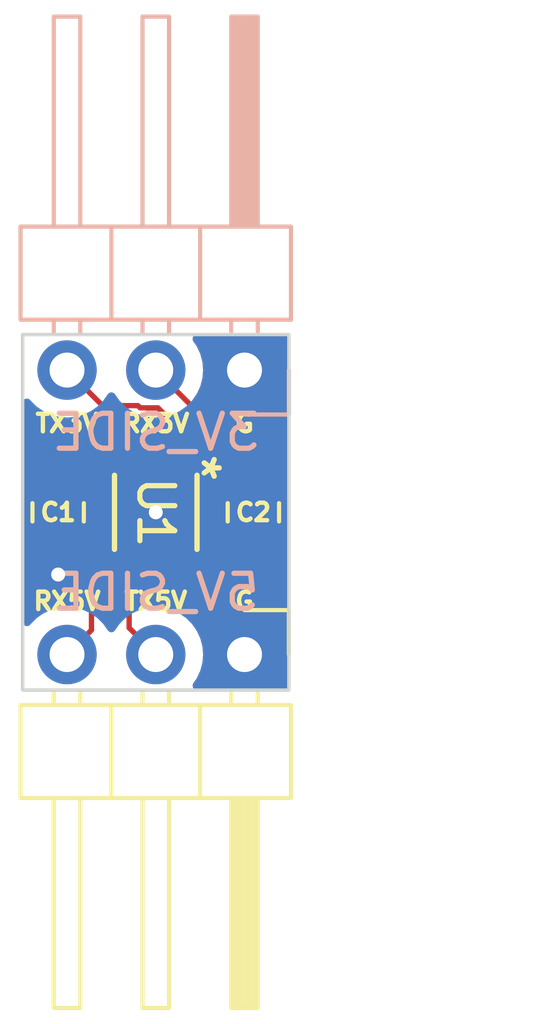
<source format=kicad_pcb>
(kicad_pcb (version 20221018) (generator pcbnew)
  (layers (0 "F.Cu" signal) (31 "B.Cu" signal) (34 "B.Paste" user) (35 "F.Paste" user) (36 "B.SilkS" user "B.Silkscreen") (37 "F.SilkS" user "F.Silkscreen") (38 "B.Mask" user) (39 "F.Mask" user) (44 "Edge.Cuts" user))
  (net 0 "")
  (net 1 "+5V")
  (net 2 "GND")
  (net 3 "+3.3V")
  (net 4 "/RX_3V")
  (net 5 "/TX_3V")
  (net 6 "/TX_5V")
  (net 7 "/RX_5V")
  (footprint "Capacitor_SMD:C_0805_2012Metric_Pad1.18x1.45mm_HandSolder" (layer "F.Cu") (at 100.584 69.85 90)
    (fp_text reference "C2" hide)
    (fp_text value "0.1uF" hide)
    (fp_text user "${REFERENCE}" (at 0 0 180) (layer "F.SilkS") (effects (font (size 0.5 0.5) (thickness 0.125) bold)))
    (fp_line (start -0.261252 -0.735) (end 0.261252 -0.735) (stroke (width 0.12)) (layer "F.SilkS"))
    (fp_line (start -0.261252 0.735) (end 0.261252 0.735) (stroke (width 0.12)) (layer "F.SilkS"))
    (pad "1" smd roundrect (at -1.0375 0 90) (size 1.175 1.45) (layers "F.Cu" "F.Paste" "F.Mask") (roundrect_rratio 0.212766) (net 3 "+3.3V"))
    (pad "2" smd roundrect (at 1.0375 0 90) (size 1.175 1.45) (layers "F.Cu" "F.Paste" "F.Mask") (roundrect_rratio 0.212766) (net 2 "GND"))
  )
  (footprint "Library:SO8_DCU_TEX" (layer "F.Cu") (at 97.79 69.85 -90)
    (fp_text reference "U1" (at 0 0 -90 unlocked) (layer "F.SilkS"))
    (fp_text value "TXU0202DCUR" hide)
    (fp_text user "*" (at -1.27 -1.27 -90 unlocked) (layer "F.SilkS"))
    (fp_line (start -1.058323 1.1811) (end 1.058323 1.1811) (stroke (width 0.1524)) (layer "F.SilkS"))
    (fp_line (start 1.058323 -1.1811) (end -1.058323 -1.1811) (stroke (width 0.1524)) (layer "F.SilkS"))
    (pad "1" smd rect (at -1.5748 -0.750189 270) (size 0.762 0.254) (layers "F.Cu" "F.Paste" "F.Mask") (net 5 "/TX_3V"))
    (pad "2" smd rect (at -1.5748 -0.250063 270) (size 0.762 0.254) (layers "F.Cu" "F.Paste" "F.Mask") (net 2 "GND"))
    (pad "3" smd rect (at -1.5748 0.250063 270) (size 0.762 0.254) (layers "F.Cu" "F.Paste" "F.Mask") (net 1 "+5V"))
    (pad "4" smd rect (at -1.5748 0.750189 270) (size 0.762 0.254) (layers "F.Cu" "F.Paste" "F.Mask") (net 7 "/RX_5V"))
    (pad "5" smd rect (at 1.5748 0.750189 270) (size 0.762 0.254) (layers "F.Cu" "F.Paste" "F.Mask") (net 6 "/TX_5V"))
    (pad "6" smd rect (at 1.5748 0.250063 270) (size 0.762 0.254) (layers "F.Cu" "F.Paste" "F.Mask") (net 3 "+3.3V"))
    (pad "7" smd rect (at 1.5748 -0.250063 270) (size 0.762 0.254) (layers "F.Cu" "F.Paste" "F.Mask") (net 3 "+3.3V"))
    (pad "8" smd rect (at 1.5748 -0.750189 270) (size 0.762 0.254) (layers "F.Cu" "F.Paste" "F.Mask") (net 4 "/RX_3V"))
  )
  (footprint "Connector_PinHeader_2.54mm:PinHeader_1x03_P2.54mm_Horizontal" (layer "F.Cu") (at 100.33 73.914 -90)
    (fp_text reference "J2" hide)
    (fp_text value "5V_SIDE" (at -1.778 2.54 -180) (layer "B.SilkS") (effects (justify mirror)))
    (fp_line (start -1.27 -1.27) (end 0 -1.27) (stroke (width 0.12)) (layer "F.SilkS"))
    (fp_line (start -1.27 0) (end -1.27 -1.27) (stroke (width 0.12)) (layer "F.SilkS"))
    (fp_line (start 1.042929 2.16) (end 1.44 2.16) (stroke (width 0.12)) (layer "F.SilkS"))
    (fp_line (start 1.042929 2.92) (end 1.44 2.92) (stroke (width 0.12)) (layer "F.SilkS"))
    (fp_line (start 1.042929 4.7) (end 1.44 4.7) (stroke (width 0.12)) (layer "F.SilkS"))
    (fp_line (start 1.042929 5.46) (end 1.44 5.46) (stroke (width 0.12)) (layer "F.SilkS"))
    (fp_line (start 1.11 -0.38) (end 1.44 -0.38) (stroke (width 0.12)) (layer "F.SilkS"))
    (fp_line (start 1.11 0.38) (end 1.44 0.38) (stroke (width 0.12)) (layer "F.SilkS"))
    (fp_line (start 1.44 -1.33) (end 1.44 6.41) (stroke (width 0.12)) (layer "F.SilkS"))
    (fp_line (start 1.44 1.27) (end 4.1 1.27) (stroke (width 0.12)) (layer "F.SilkS"))
    (fp_line (start 1.44 3.81) (end 4.1 3.81) (stroke (width 0.12)) (layer "F.SilkS"))
    (fp_line (start 1.44 6.41) (end 4.1 6.41) (stroke (width 0.12)) (layer "F.SilkS"))
    (fp_line (start 4.1 -1.33) (end 1.44 -1.33) (stroke (width 0.12)) (layer "F.SilkS"))
    (fp_line (start 4.1 -0.38) (end 10.1 -0.38) (stroke (width 0.12)) (layer "F.SilkS"))
    (fp_line (start 4.1 -0.32) (end 10.1 -0.32) (stroke (width 0.12)) (layer "F.SilkS"))
    (fp_line (start 4.1 -0.2) (end 10.1 -0.2) (stroke (width 0.12)) (layer "F.SilkS"))
    (fp_line (start 4.1 -0.08) (end 10.1 -0.08) (stroke (width 0.12)) (layer "F.SilkS"))
    (fp_line (start 4.1 0.04) (end 10.1 0.04) (stroke (width 0.12)) (layer "F.SilkS"))
    (fp_line (start 4.1 0.16) (end 10.1 0.16) (stroke (width 0.12)) (layer "F.SilkS"))
    (fp_line (start 4.1 0.28) (end 10.1 0.28) (stroke (width 0.12)) (layer "F.SilkS"))
    (fp_line (start 4.1 2.16) (end 10.1 2.16) (stroke (width 0.12)) (layer "F.SilkS"))
    (fp_line (start 4.1 4.7) (end 10.1 4.7) (stroke (width 0.12)) (layer "F.SilkS"))
    (fp_line (start 4.1 6.41) (end 4.1 -1.33) (stroke (width 0.12)) (layer "F.SilkS"))
    (fp_line (start 10.1 -0.38) (end 10.1 0.38) (stroke (width 0.12)) (layer "F.SilkS"))
    (fp_line (start 10.1 0.38) (end 4.1 0.38) (stroke (width 0.12)) (layer "F.SilkS"))
    (fp_line (start 10.1 2.16) (end 10.1 2.92) (stroke (width 0.12)) (layer "F.SilkS"))
    (fp_line (start 10.1 2.92) (end 4.1 2.92) (stroke (width 0.12)) (layer "F.SilkS"))
    (fp_line (start 10.1 4.7) (end 10.1 5.46) (stroke (width 0.12)) (layer "F.SilkS"))
    (fp_line (start 10.1 5.46) (end 4.1 5.46) (stroke (width 0.12)) (layer "F.SilkS"))
    (pad "1" thru_hole rect (at 0 0 270) (size 1.7 1.7) (drill 1) (layers "*.Cu" "*.Mask") (net 2 "GND"))
    (pad "2" thru_hole oval (at 0 2.54 270) (size 1.7 1.7) (drill 1) (layers "*.Cu" "*.Mask") (net 6 "/TX_5V"))
    (pad "3" thru_hole oval (at 0 5.08 270) (size 1.7 1.7) (drill 1) (layers "*.Cu" "*.Mask") (net 7 "/RX_5V"))
  )
  (footprint "Capacitor_SMD:C_0805_2012Metric_Pad1.18x1.45mm_HandSolder" (layer "F.Cu") (at 94.996 69.85 -90)
    (fp_text reference "C1" hide)
    (fp_text value "0.1uF" hide)
    (fp_text user "${REFERENCE}" (at 0 0) (layer "F.SilkS") (effects (font (size 0.5 0.5) (thickness 0.125) bold)))
    (fp_line (start -0.261252 -0.735) (end 0.261252 -0.735) (stroke (width 0.12)) (layer "F.SilkS"))
    (fp_line (start -0.261252 0.735) (end 0.261252 0.735) (stroke (width 0.12)) (layer "F.SilkS"))
    (pad "1" smd roundrect (at -1.0375 0 270) (size 1.175 1.45) (layers "F.Cu" "F.Paste" "F.Mask") (roundrect_rratio 0.212766) (net 1 "+5V"))
    (pad "2" smd roundrect (at 1.0375 0 270) (size 1.175 1.45) (layers "F.Cu" "F.Paste" "F.Mask") (roundrect_rratio 0.212766) (net 2 "GND"))
  )
  (footprint "Connector_PinHeader_2.54mm:PinHeader_1x03_P2.54mm_Horizontal" (layer "B.Cu") (at 100.33 65.786 90)
    (fp_text reference "J1" hide)
    (fp_text value "3V_SIDE" (at -1.778 -2.54 180) (layer "B.SilkS") (effects (justify mirror)))
    (fp_line (start -1.27 0) (end -1.27 1.27) (stroke (width 0.12)) (layer "B.SilkS"))
    (fp_line (start -1.27 1.27) (end 0 1.27) (stroke (width 0.12)) (layer "B.SilkS"))
    (fp_line (start 1.042929 -5.46) (end 1.44 -5.46) (stroke (width 0.12)) (layer "B.SilkS"))
    (fp_line (start 1.042929 -4.7) (end 1.44 -4.7) (stroke (width 0.12)) (layer "B.SilkS"))
    (fp_line (start 1.042929 -2.92) (end 1.44 -2.92) (stroke (width 0.12)) (layer "B.SilkS"))
    (fp_line (start 1.042929 -2.16) (end 1.44 -2.16) (stroke (width 0.12)) (layer "B.SilkS"))
    (fp_line (start 1.11 -0.38) (end 1.44 -0.38) (stroke (width 0.12)) (layer "B.SilkS"))
    (fp_line (start 1.11 0.38) (end 1.44 0.38) (stroke (width 0.12)) (layer "B.SilkS"))
    (fp_line (start 1.44 -6.41) (end 4.1 -6.41) (stroke (width 0.12)) (layer "B.SilkS"))
    (fp_line (start 1.44 -3.81) (end 4.1 -3.81) (stroke (width 0.12)) (layer "B.SilkS"))
    (fp_line (start 1.44 -1.27) (end 4.1 -1.27) (stroke (width 0.12)) (layer "B.SilkS"))
    (fp_line (start 1.44 1.33) (end 1.44 -6.41) (stroke (width 0.12)) (layer "B.SilkS"))
    (fp_line (start 4.1 -6.41) (end 4.1 1.33) (stroke (width 0.12)) (layer "B.SilkS"))
    (fp_line (start 4.1 -4.7) (end 10.1 -4.7) (stroke (width 0.12)) (layer "B.SilkS"))
    (fp_line (start 4.1 -2.16) (end 10.1 -2.16) (stroke (width 0.12)) (layer "B.SilkS"))
    (fp_line (start 4.1 -0.28) (end 10.1 -0.28) (stroke (width 0.12)) (layer "B.SilkS"))
    (fp_line (start 4.1 -0.16) (end 10.1 -0.16) (stroke (width 0.12)) (layer "B.SilkS"))
    (fp_line (start 4.1 -0.04) (end 10.1 -0.04) (stroke (width 0.12)) (layer "B.SilkS"))
    (fp_line (start 4.1 0.08) (end 10.1 0.08) (stroke (width 0.12)) (layer "B.SilkS"))
    (fp_line (start 4.1 0.2) (end 10.1 0.2) (stroke (width 0.12)) (layer "B.SilkS"))
    (fp_line (start 4.1 0.32) (end 10.1 0.32) (stroke (width 0.12)) (layer "B.SilkS"))
    (fp_line (start 4.1 0.38) (end 10.1 0.38) (stroke (width 0.12)) (layer "B.SilkS"))
    (fp_line (start 4.1 1.33) (end 1.44 1.33) (stroke (width 0.12)) (layer "B.SilkS"))
    (fp_line (start 10.1 -5.46) (end 4.1 -5.46) (stroke (width 0.12)) (layer "B.SilkS"))
    (fp_line (start 10.1 -4.7) (end 10.1 -5.46) (stroke (width 0.12)) (layer "B.SilkS"))
    (fp_line (start 10.1 -2.92) (end 4.1 -2.92) (stroke (width 0.12)) (layer "B.SilkS"))
    (fp_line (start 10.1 -2.16) (end 10.1 -2.92) (stroke (width 0.12)) (layer "B.SilkS"))
    (fp_line (start 10.1 -0.38) (end 4.1 -0.38) (stroke (width 0.12)) (layer "B.SilkS"))
    (fp_line (start 10.1 0.38) (end 10.1 -0.38) (stroke (width 0.12)) (layer "B.SilkS"))
    (pad "1" thru_hole rect (at 0 0 90) (size 1.7 1.7) (drill 1) (layers "*.Cu" "*.Mask") (net 2 "GND"))
    (pad "2" thru_hole oval (at 0 -2.54 90) (size 1.7 1.7) (drill 1) (layers "*.Cu" "*.Mask") (net 4 "/RX_3V"))
    (pad "3" thru_hole oval (at 0 -5.08 90) (size 1.7 1.7) (drill 1) (layers "*.Cu" "*.Mask") (net 5 "/TX_3V"))
  )
  (gr_rect (start 93.98 64.77) (end 101.6 74.93) (stroke (width 0.1)) (fill none) (layer "Edge.Cuts"))
  (gr_text "G" (at 100.33 72.39) (layer "F.SilkS") (effects (font (size 0.5 0.5) (thickness 0.125) bold)))
  (gr_text "TX5V" (at 97.79 72.39) (layer "F.SilkS") (effects (font (size 0.5 0.5) (thickness 0.125) bold)))
  (gr_text "RX3V" (at 97.79 67.31) (layer "F.SilkS") (effects (font (size 0.5 0.5) (thickness 0.125) bold)))
  (gr_text "G" (at 100.33 67.31) (layer "F.SilkS") (effects (font (size 0.5 0.5) (thickness 0.125) bold)))
  (gr_text "RX5V" (at 95.25 72.39) (layer "F.SilkS") (effects (font (size 0.5 0.5) (thickness 0.125) bold)))
  (gr_text "TX3V" (at 95.25 67.31) (layer "F.SilkS") (effects (font (size 0.5 0.5) (thickness 0.125) bold)))
  (segment (start 96.2445 67.564) (end 97.293811 67.564) (width 0.1524) (layer "F.Cu") (net 1))
  (segment (start 97.293811 67.564) (end 97.536 67.806189) (width 0.1524) (layer "F.Cu") (net 1))
  (segment (start 94.996 68.8125) (end 96.2445 67.564) (width 0.1524) (layer "F.Cu") (net 1))
  (segment (start 97.536 67.806189) (end 97.536 68.072) (width 0.1524) (layer "F.Cu") (net 1))
  (segment (start 98.040063 69.599937) (end 97.79 69.85) (width 0.1524) (layer "F.Cu") (net 2))
  (segment (start 98.040063 68.2752) (end 98.040063 69.599937) (width 0.1524) (layer "F.Cu") (net 2))
  (segment (start 94.996 70.8875) (end 94.996 71.628) (width 0.1524) (layer "F.Cu") (net 2))
  (via (at 97.79 69.85) (size 0.8) (drill 0.4) (layers "F.Cu" "B.Cu") (net 2))
  (via (at 94.996 71.628) (size 0.8) (drill 0.4) (layers "F.Cu" "B.Cu") (net 2))
  (segment (start 100.584 70.8875) (end 99.3355 72.136) (width 0.1524) (layer "F.Cu") (net 3))
  (segment (start 97.539937 71.885937) (end 97.79 72.136) (width 0.1524) (layer "F.Cu") (net 3))
  (segment (start 97.79 72.136) (end 98.298 72.136) (width 0.1524) (layer "F.Cu") (net 3))
  (segment (start 98.298 72.136) (end 98.044 71.882) (width 0.1524) (layer "F.Cu") (net 3))
  (segment (start 97.539937 71.4248) (end 97.539937 71.885937) (width 0.1524) (layer "F.Cu") (net 3))
  (segment (start 99.3355 72.136) (end 98.298 72.136) (width 0.1524) (layer "F.Cu") (net 3))
  (segment (start 98.044 71.882) (end 98.044 71.628) (width 0.1524) (layer "F.Cu") (net 3))
  (segment (start 98.540189 70.877811) (end 99.06 70.358) (width 0.1524) (layer "F.Cu") (net 4))
  (segment (start 99.06 70.358) (end 99.06 67.056) (width 0.1524) (layer "F.Cu") (net 4))
  (segment (start 99.06 67.056) (end 98.044 66.04) (width 0.1524) (layer "F.Cu") (net 4))
  (segment (start 98.540189 71.4248) (end 98.540189 70.877811) (width 0.1524) (layer "F.Cu") (net 4))
  (segment (start 98.044 66.04) (end 97.79 66.04) (width 0.1524) (layer "F.Cu") (net 4))
  (segment (start 97.280629 66.802) (end 97.343229 66.8646) (width 0.1524) (layer "F.Cu") (net 5))
  (segment (start 97.8526 66.8646) (end 98.552 67.564) (width 0.1524) (layer "F.Cu") (net 5))
  (segment (start 98.552 67.564) (end 98.552 68.072) (width 0.1524) (layer "F.Cu") (net 5))
  (segment (start 95.25 65.786) (end 96.266 66.802) (width 0.1524) (layer "F.Cu") (net 5))
  (segment (start 96.266 66.802) (end 97.280629 66.802) (width 0.1524) (layer "F.Cu") (net 5))
  (segment (start 97.343229 66.8646) (end 97.8526 66.8646) (width 0.1524) (layer "F.Cu") (net 5))
  (segment (start 97.028 73.152) (end 97.028 71.374) (width 0.1524) (layer "F.Cu") (net 6))
  (segment (start 97.79 73.914) (end 97.028 73.152) (width 0.1524) (layer "F.Cu") (net 6))
  (segment (start 95.9496 73.2144) (end 95.25 73.914) (width 0.1524) (layer "F.Cu") (net 7))
  (segment (start 97.039811 68.2752) (end 95.9496 69.365411) (width 0.1524) (layer "F.Cu") (net 7))
  (segment (start 95.9496 69.365411) (end 95.9496 73.2144) (width 0.1524) (layer "F.Cu") (net 7))
  (zone (net 2) (net_name "GND") (layers "F&B.Cu") (connect_pads yes (clearance 0.5)) (min_thickness 0.25) (fill yes (thermal_gap 0.5) (thermal_bridge_width 0.5))
    (polygon (pts (xy 93.98 64.77) (xy 101.6 64.77) (xy 101.6 74.93) (xy 93.98 74.93)))
  )
)
</source>
